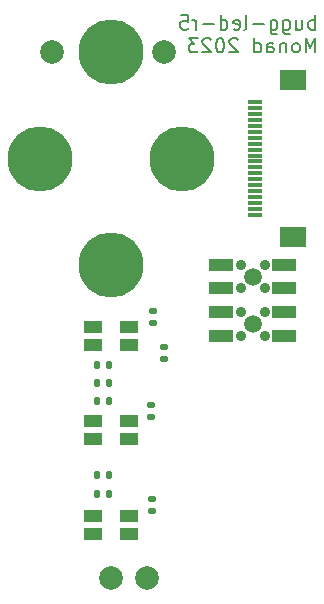
<source format=gbs>
%TF.GenerationSoftware,KiCad,Pcbnew,7.99.0-1.20230926git54171ec.fc37*%
%TF.CreationDate,2023-10-10T16:27:55+01:00*%
%TF.ProjectId,bugg-led-r5,62756767-2d6c-4656-942d-72352e6b6963,rev?*%
%TF.SameCoordinates,Original*%
%TF.FileFunction,Soldermask,Bot*%
%TF.FilePolarity,Negative*%
%FSLAX46Y46*%
G04 Gerber Fmt 4.6, Leading zero omitted, Abs format (unit mm)*
G04 Created by KiCad (PCBNEW 7.99.0-1.20230926git54171ec.fc37) date 2023-10-10 16:27:55*
%MOMM*%
%LPD*%
G01*
G04 APERTURE LIST*
G04 Aperture macros list*
%AMRoundRect*
0 Rectangle with rounded corners*
0 $1 Rounding radius*
0 $2 $3 $4 $5 $6 $7 $8 $9 X,Y pos of 4 corners*
0 Add a 4 corners polygon primitive as box body*
4,1,4,$2,$3,$4,$5,$6,$7,$8,$9,$2,$3,0*
0 Add four circle primitives for the rounded corners*
1,1,$1+$1,$2,$3*
1,1,$1+$1,$4,$5*
1,1,$1+$1,$6,$7*
1,1,$1+$1,$8,$9*
0 Add four rect primitives between the rounded corners*
20,1,$1+$1,$2,$3,$4,$5,0*
20,1,$1+$1,$4,$5,$6,$7,0*
20,1,$1+$1,$6,$7,$8,$9,0*
20,1,$1+$1,$8,$9,$2,$3,0*%
G04 Aperture macros list end*
%ADD10C,0.200000*%
%ADD11C,2.000000*%
%ADD12C,5.500000*%
%ADD13RoundRect,0.135000X0.135000X0.185000X-0.135000X0.185000X-0.135000X-0.185000X0.135000X-0.185000X0*%
%ADD14RoundRect,0.135000X-0.185000X0.135000X-0.185000X-0.135000X0.185000X-0.135000X0.185000X0.135000X0*%
%ADD15R,1.500000X1.100000*%
%ADD16C,0.900000*%
%ADD17C,1.500000*%
%ADD18R,2.000000X1.000000*%
%ADD19R,1.300000X0.300000*%
%ADD20R,2.200000X1.800000*%
G04 APERTURE END LIST*
D10*
X17282707Y10921223D02*
X17282707Y12121223D01*
X17282707Y11664080D02*
X17168422Y11721223D01*
X17168422Y11721223D02*
X16939850Y11721223D01*
X16939850Y11721223D02*
X16825564Y11664080D01*
X16825564Y11664080D02*
X16768422Y11606937D01*
X16768422Y11606937D02*
X16711279Y11492651D01*
X16711279Y11492651D02*
X16711279Y11149794D01*
X16711279Y11149794D02*
X16768422Y11035508D01*
X16768422Y11035508D02*
X16825564Y10978366D01*
X16825564Y10978366D02*
X16939850Y10921223D01*
X16939850Y10921223D02*
X17168422Y10921223D01*
X17168422Y10921223D02*
X17282707Y10978366D01*
X15682708Y11721223D02*
X15682708Y10921223D01*
X16196993Y11721223D02*
X16196993Y11092651D01*
X16196993Y11092651D02*
X16139850Y10978366D01*
X16139850Y10978366D02*
X16025565Y10921223D01*
X16025565Y10921223D02*
X15854136Y10921223D01*
X15854136Y10921223D02*
X15739850Y10978366D01*
X15739850Y10978366D02*
X15682708Y11035508D01*
X14596994Y11721223D02*
X14596994Y10749794D01*
X14596994Y10749794D02*
X14654136Y10635508D01*
X14654136Y10635508D02*
X14711279Y10578366D01*
X14711279Y10578366D02*
X14825565Y10521223D01*
X14825565Y10521223D02*
X14996994Y10521223D01*
X14996994Y10521223D02*
X15111279Y10578366D01*
X14596994Y10978366D02*
X14711279Y10921223D01*
X14711279Y10921223D02*
X14939851Y10921223D01*
X14939851Y10921223D02*
X15054136Y10978366D01*
X15054136Y10978366D02*
X15111279Y11035508D01*
X15111279Y11035508D02*
X15168422Y11149794D01*
X15168422Y11149794D02*
X15168422Y11492651D01*
X15168422Y11492651D02*
X15111279Y11606937D01*
X15111279Y11606937D02*
X15054136Y11664080D01*
X15054136Y11664080D02*
X14939851Y11721223D01*
X14939851Y11721223D02*
X14711279Y11721223D01*
X14711279Y11721223D02*
X14596994Y11664080D01*
X13511280Y11721223D02*
X13511280Y10749794D01*
X13511280Y10749794D02*
X13568422Y10635508D01*
X13568422Y10635508D02*
X13625565Y10578366D01*
X13625565Y10578366D02*
X13739851Y10521223D01*
X13739851Y10521223D02*
X13911280Y10521223D01*
X13911280Y10521223D02*
X14025565Y10578366D01*
X13511280Y10978366D02*
X13625565Y10921223D01*
X13625565Y10921223D02*
X13854137Y10921223D01*
X13854137Y10921223D02*
X13968422Y10978366D01*
X13968422Y10978366D02*
X14025565Y11035508D01*
X14025565Y11035508D02*
X14082708Y11149794D01*
X14082708Y11149794D02*
X14082708Y11492651D01*
X14082708Y11492651D02*
X14025565Y11606937D01*
X14025565Y11606937D02*
X13968422Y11664080D01*
X13968422Y11664080D02*
X13854137Y11721223D01*
X13854137Y11721223D02*
X13625565Y11721223D01*
X13625565Y11721223D02*
X13511280Y11664080D01*
X12939851Y11378366D02*
X12025566Y11378366D01*
X11282709Y10921223D02*
X11396994Y10978366D01*
X11396994Y10978366D02*
X11454137Y11092651D01*
X11454137Y11092651D02*
X11454137Y12121223D01*
X10368423Y10978366D02*
X10482709Y10921223D01*
X10482709Y10921223D02*
X10711281Y10921223D01*
X10711281Y10921223D02*
X10825566Y10978366D01*
X10825566Y10978366D02*
X10882709Y11092651D01*
X10882709Y11092651D02*
X10882709Y11549794D01*
X10882709Y11549794D02*
X10825566Y11664080D01*
X10825566Y11664080D02*
X10711281Y11721223D01*
X10711281Y11721223D02*
X10482709Y11721223D01*
X10482709Y11721223D02*
X10368423Y11664080D01*
X10368423Y11664080D02*
X10311281Y11549794D01*
X10311281Y11549794D02*
X10311281Y11435508D01*
X10311281Y11435508D02*
X10882709Y11321223D01*
X9282710Y10921223D02*
X9282710Y12121223D01*
X9282710Y10978366D02*
X9396995Y10921223D01*
X9396995Y10921223D02*
X9625567Y10921223D01*
X9625567Y10921223D02*
X9739852Y10978366D01*
X9739852Y10978366D02*
X9796995Y11035508D01*
X9796995Y11035508D02*
X9854138Y11149794D01*
X9854138Y11149794D02*
X9854138Y11492651D01*
X9854138Y11492651D02*
X9796995Y11606937D01*
X9796995Y11606937D02*
X9739852Y11664080D01*
X9739852Y11664080D02*
X9625567Y11721223D01*
X9625567Y11721223D02*
X9396995Y11721223D01*
X9396995Y11721223D02*
X9282710Y11664080D01*
X8711281Y11378366D02*
X7796996Y11378366D01*
X7225567Y10921223D02*
X7225567Y11721223D01*
X7225567Y11492651D02*
X7168424Y11606937D01*
X7168424Y11606937D02*
X7111282Y11664080D01*
X7111282Y11664080D02*
X6996996Y11721223D01*
X6996996Y11721223D02*
X6882710Y11721223D01*
X5911282Y12121223D02*
X6482710Y12121223D01*
X6482710Y12121223D02*
X6539853Y11549794D01*
X6539853Y11549794D02*
X6482710Y11606937D01*
X6482710Y11606937D02*
X6368425Y11664080D01*
X6368425Y11664080D02*
X6082710Y11664080D01*
X6082710Y11664080D02*
X5968425Y11606937D01*
X5968425Y11606937D02*
X5911282Y11549794D01*
X5911282Y11549794D02*
X5854139Y11435508D01*
X5854139Y11435508D02*
X5854139Y11149794D01*
X5854139Y11149794D02*
X5911282Y11035508D01*
X5911282Y11035508D02*
X5968425Y10978366D01*
X5968425Y10978366D02*
X6082710Y10921223D01*
X6082710Y10921223D02*
X6368425Y10921223D01*
X6368425Y10921223D02*
X6482710Y10978366D01*
X6482710Y10978366D02*
X6539853Y11035508D01*
X17282707Y8989290D02*
X17282707Y10189290D01*
X17282707Y10189290D02*
X16882707Y9332147D01*
X16882707Y9332147D02*
X16482707Y10189290D01*
X16482707Y10189290D02*
X16482707Y8989290D01*
X15739850Y8989290D02*
X15854135Y9046433D01*
X15854135Y9046433D02*
X15911278Y9103575D01*
X15911278Y9103575D02*
X15968421Y9217861D01*
X15968421Y9217861D02*
X15968421Y9560718D01*
X15968421Y9560718D02*
X15911278Y9675004D01*
X15911278Y9675004D02*
X15854135Y9732147D01*
X15854135Y9732147D02*
X15739850Y9789290D01*
X15739850Y9789290D02*
X15568421Y9789290D01*
X15568421Y9789290D02*
X15454135Y9732147D01*
X15454135Y9732147D02*
X15396993Y9675004D01*
X15396993Y9675004D02*
X15339850Y9560718D01*
X15339850Y9560718D02*
X15339850Y9217861D01*
X15339850Y9217861D02*
X15396993Y9103575D01*
X15396993Y9103575D02*
X15454135Y9046433D01*
X15454135Y9046433D02*
X15568421Y8989290D01*
X15568421Y8989290D02*
X15739850Y8989290D01*
X14825564Y9789290D02*
X14825564Y8989290D01*
X14825564Y9675004D02*
X14768421Y9732147D01*
X14768421Y9732147D02*
X14654136Y9789290D01*
X14654136Y9789290D02*
X14482707Y9789290D01*
X14482707Y9789290D02*
X14368421Y9732147D01*
X14368421Y9732147D02*
X14311279Y9617861D01*
X14311279Y9617861D02*
X14311279Y8989290D01*
X13225565Y8989290D02*
X13225565Y9617861D01*
X13225565Y9617861D02*
X13282707Y9732147D01*
X13282707Y9732147D02*
X13396993Y9789290D01*
X13396993Y9789290D02*
X13625565Y9789290D01*
X13625565Y9789290D02*
X13739850Y9732147D01*
X13225565Y9046433D02*
X13339850Y8989290D01*
X13339850Y8989290D02*
X13625565Y8989290D01*
X13625565Y8989290D02*
X13739850Y9046433D01*
X13739850Y9046433D02*
X13796993Y9160718D01*
X13796993Y9160718D02*
X13796993Y9275004D01*
X13796993Y9275004D02*
X13739850Y9389290D01*
X13739850Y9389290D02*
X13625565Y9446433D01*
X13625565Y9446433D02*
X13339850Y9446433D01*
X13339850Y9446433D02*
X13225565Y9503575D01*
X12139851Y8989290D02*
X12139851Y10189290D01*
X12139851Y9046433D02*
X12254136Y8989290D01*
X12254136Y8989290D02*
X12482708Y8989290D01*
X12482708Y8989290D02*
X12596993Y9046433D01*
X12596993Y9046433D02*
X12654136Y9103575D01*
X12654136Y9103575D02*
X12711279Y9217861D01*
X12711279Y9217861D02*
X12711279Y9560718D01*
X12711279Y9560718D02*
X12654136Y9675004D01*
X12654136Y9675004D02*
X12596993Y9732147D01*
X12596993Y9732147D02*
X12482708Y9789290D01*
X12482708Y9789290D02*
X12254136Y9789290D01*
X12254136Y9789290D02*
X12139851Y9732147D01*
X10711279Y10075004D02*
X10654136Y10132147D01*
X10654136Y10132147D02*
X10539851Y10189290D01*
X10539851Y10189290D02*
X10254136Y10189290D01*
X10254136Y10189290D02*
X10139851Y10132147D01*
X10139851Y10132147D02*
X10082708Y10075004D01*
X10082708Y10075004D02*
X10025565Y9960718D01*
X10025565Y9960718D02*
X10025565Y9846433D01*
X10025565Y9846433D02*
X10082708Y9675004D01*
X10082708Y9675004D02*
X10768422Y8989290D01*
X10768422Y8989290D02*
X10025565Y8989290D01*
X9282708Y10189290D02*
X9168422Y10189290D01*
X9168422Y10189290D02*
X9054136Y10132147D01*
X9054136Y10132147D02*
X8996994Y10075004D01*
X8996994Y10075004D02*
X8939851Y9960718D01*
X8939851Y9960718D02*
X8882708Y9732147D01*
X8882708Y9732147D02*
X8882708Y9446433D01*
X8882708Y9446433D02*
X8939851Y9217861D01*
X8939851Y9217861D02*
X8996994Y9103575D01*
X8996994Y9103575D02*
X9054136Y9046433D01*
X9054136Y9046433D02*
X9168422Y8989290D01*
X9168422Y8989290D02*
X9282708Y8989290D01*
X9282708Y8989290D02*
X9396994Y9046433D01*
X9396994Y9046433D02*
X9454136Y9103575D01*
X9454136Y9103575D02*
X9511279Y9217861D01*
X9511279Y9217861D02*
X9568422Y9446433D01*
X9568422Y9446433D02*
X9568422Y9732147D01*
X9568422Y9732147D02*
X9511279Y9960718D01*
X9511279Y9960718D02*
X9454136Y10075004D01*
X9454136Y10075004D02*
X9396994Y10132147D01*
X9396994Y10132147D02*
X9282708Y10189290D01*
X8425565Y10075004D02*
X8368422Y10132147D01*
X8368422Y10132147D02*
X8254137Y10189290D01*
X8254137Y10189290D02*
X7968422Y10189290D01*
X7968422Y10189290D02*
X7854137Y10132147D01*
X7854137Y10132147D02*
X7796994Y10075004D01*
X7796994Y10075004D02*
X7739851Y9960718D01*
X7739851Y9960718D02*
X7739851Y9846433D01*
X7739851Y9846433D02*
X7796994Y9675004D01*
X7796994Y9675004D02*
X8482708Y8989290D01*
X8482708Y8989290D02*
X7739851Y8989290D01*
X7339851Y10189290D02*
X6596994Y10189290D01*
X6596994Y10189290D02*
X6996994Y9732147D01*
X6996994Y9732147D02*
X6825565Y9732147D01*
X6825565Y9732147D02*
X6711280Y9675004D01*
X6711280Y9675004D02*
X6654137Y9617861D01*
X6654137Y9617861D02*
X6596994Y9503575D01*
X6596994Y9503575D02*
X6596994Y9217861D01*
X6596994Y9217861D02*
X6654137Y9103575D01*
X6654137Y9103575D02*
X6711280Y9046433D01*
X6711280Y9046433D02*
X6825565Y8989290D01*
X6825565Y8989290D02*
X7168422Y8989290D01*
X7168422Y8989290D02*
X7282708Y9046433D01*
X7282708Y9046433D02*
X7339851Y9103575D01*
D11*
%TO.C,H205*%
X4500000Y9000000D03*
%TD*%
%TO.C,H206*%
X0Y-35500000D03*
%TD*%
D12*
%TO.C,H204*%
X0Y-9000000D03*
%TD*%
%TO.C,H201*%
X6000000Y0D03*
%TD*%
%TO.C,H203*%
X0Y9000000D03*
%TD*%
%TO.C,H202*%
X-6000000Y0D03*
%TD*%
D13*
%TO.C,R206*%
X-140000Y-28400000D03*
X-1160000Y-28400000D03*
%TD*%
D11*
%TO.C,FID1*%
X-5000000Y9000000D03*
%TD*%
%TO.C,FID2*%
X3000000Y-35500000D03*
%TD*%
D14*
%TO.C,R203*%
X3450000Y-28790000D03*
X3450000Y-29810000D03*
%TD*%
D13*
%TO.C,R209*%
X-140000Y-26800000D03*
X-1160000Y-26800000D03*
%TD*%
D15*
%TO.C,LED203*%
X-1500000Y-31750000D03*
X1500000Y-31750000D03*
X1500000Y-30250000D03*
X-1500000Y-30250000D03*
%TD*%
D16*
%TO.C,J201*%
X13000000Y-15000000D03*
X13000000Y-13000000D03*
X13000000Y-11000000D03*
X13000000Y-9000000D03*
D17*
X12000000Y-14000000D03*
X12000000Y-10000000D03*
D16*
X11000000Y-15000000D03*
X11000000Y-13000000D03*
X11000000Y-11000000D03*
X11000000Y-9000000D03*
D18*
X9325000Y-9000000D03*
X14675000Y-9000000D03*
X9325000Y-11000000D03*
X14675000Y-11000000D03*
X9325000Y-13000000D03*
X14675000Y-13000000D03*
X9325000Y-15000000D03*
X14675000Y-15000000D03*
%TD*%
D14*
%TO.C,R201*%
X3550000Y-12890000D03*
X3550000Y-13910000D03*
%TD*%
D15*
%TO.C,LED202*%
X-1500000Y-23750000D03*
X1500000Y-23750000D03*
X1500000Y-22250000D03*
X-1500000Y-22250000D03*
%TD*%
D13*
%TO.C,R205*%
X-140000Y-20500000D03*
X-1160000Y-20500000D03*
%TD*%
D14*
%TO.C,R202*%
X3350000Y-20890000D03*
X3350000Y-21910000D03*
%TD*%
D15*
%TO.C,LED201*%
X-1500000Y-15750000D03*
X1500000Y-15750000D03*
X1500000Y-14250000D03*
X-1500000Y-14250000D03*
%TD*%
D13*
%TO.C,R208*%
X-140000Y-19000000D03*
X-1160000Y-19000000D03*
%TD*%
D14*
%TO.C,R204*%
X4450000Y-15940000D03*
X4450000Y-16960000D03*
%TD*%
D13*
%TO.C,R207*%
X-140000Y-17450000D03*
X-1160000Y-17450000D03*
%TD*%
D19*
%TO.C,J202*%
X12150000Y4750000D03*
X12150000Y4250000D03*
X12150000Y3750000D03*
X12150000Y3250000D03*
X12150000Y2750000D03*
X12150000Y2250000D03*
X12150000Y1750000D03*
X12150000Y1250000D03*
X12150000Y750000D03*
X12150000Y250000D03*
X12150000Y-250000D03*
X12150000Y-750000D03*
X12150000Y-1250000D03*
X12150000Y-1750000D03*
X12150000Y-2250000D03*
X12150000Y-2750000D03*
X12150000Y-3250000D03*
X12150000Y-3750000D03*
X12150000Y-4250000D03*
X12150000Y-4750000D03*
D20*
X15400000Y6650000D03*
X15400000Y-6650000D03*
%TD*%
M02*

</source>
